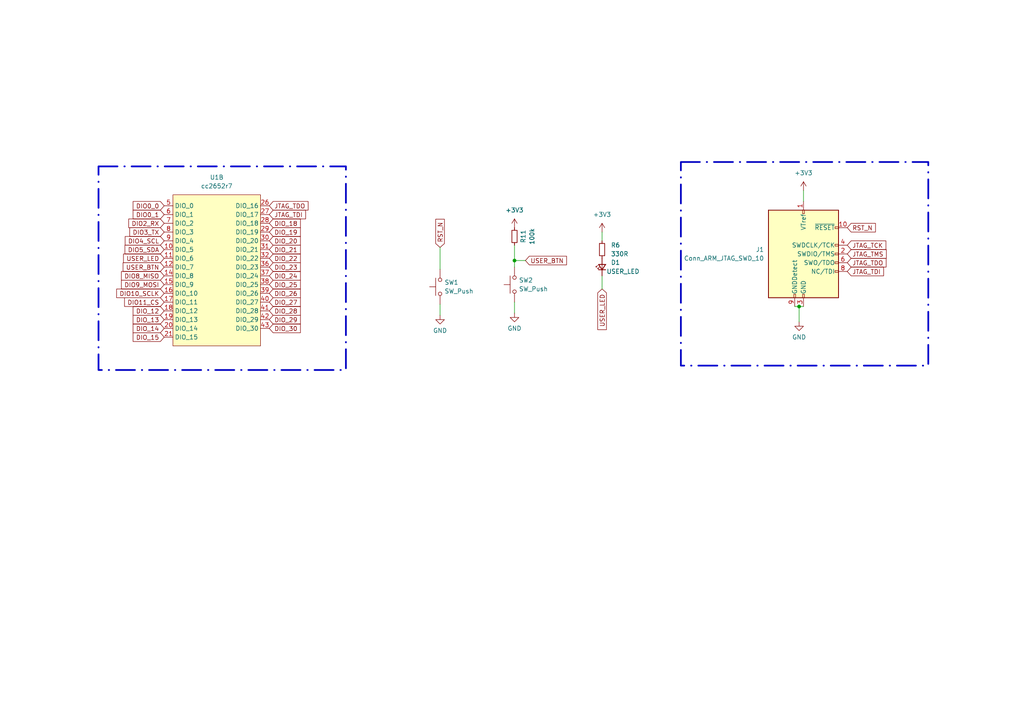
<source format=kicad_sch>
(kicad_sch (version 20230121) (generator eeschema)
  (paper "A4")
  (title_block (title "CC2652 Zigbee Coordinator/Breakout") (date "2023-12-29") (rev "v1") (company "Electrodonkey 2023") (comment 1 "MIT Licence"))
  (lib_symbols
    (symbol "Connector:Conn_ARM_JTAG_SWD_10" (pin_names (offset 1.016))
      (property "Reference" "J" (at -2.54 16.51 0))
      (property "Value" "Conn_ARM_JTAG_SWD_10" (at -2.54 13.97 0))
      (symbol "Conn_ARM_JTAG_SWD_10_0_1"
        (rectangle (start -10.16 12.7) (end 10.16 -12.7) (stroke (width 0.254)) (fill (type background)))
        (rectangle (start -2.794 -12.7) (end -2.286 -11.684))
        (rectangle (start -0.254 -12.7) (end 0.254 -11.684))
        (rectangle (start -0.254 12.7) (end 0.254 11.684))
        (rectangle (start 9.144 2.286) (end 10.16 2.794))
        (rectangle (start 10.16 -2.794) (end 9.144 -2.286))
        (rectangle (start 10.16 -0.254) (end 9.144 0.254))
        (rectangle (start 10.16 7.874) (end 9.144 7.366))
      )
      (symbol "Conn_ARM_JTAG_SWD_10_1_1"
        (rectangle (start 9.144 -5.334) (end 10.16 -4.826))
        (pin power_in line (at 0 15.24 270) (length 2.54) (name "VTref") (number "1"))
        (pin open_collector line (at 12.7 7.62 180) (length 2.54) (name "~{RESET}") (number "10"))
        (pin bidirectional line (at 12.7 0 180) (length 2.54) (name "SWDIO/TMS") (number "2"))
        (pin power_in line (at 0 -15.24 90) (length 2.54) (name "GND") (number "3"))
        (pin output line (at 12.7 2.54 180) (length 2.54) (name "SWDCLK/TCK") (number "4"))
        (pin passive line (at 0 -15.24 90) (length 2.54) hide (name "GND") (number "5"))
        (pin input line (at 12.7 -2.54 180) (length 2.54) (name "SWO/TDO") (number "6"))
        (pin no_connect line (at -10.16 0 0) (length 2.54) hide (name "KEY") (number "7"))
        (pin output line (at 12.7 -5.08 180) (length 2.54) (name "NC/TDI") (number "8"))
        (pin passive line (at -2.54 -15.24 90) (length 2.54) (name "GNDDetect") (number "9"))
      )
    )
    (symbol "Device:LED_Small" (pin_numbers hide) (pin_names (offset 0.254) hide)
      (property "Reference" "D" (at -1.27 3.175 0))
      (property "Value" "LED_Small" (at -4.445 -2.54 0))
      (symbol "LED_Small_0_1"
        (polyline (pts (xy -0.762 -1.016) (xy -0.762 1.016)) (stroke (width 0.254)))
        (polyline (pts (xy 1.016 0) (xy -0.762 0)))
        (polyline (pts (xy 0.762 -1.016) (xy -0.762 0) (xy 0.762 1.016) (xy 0.762 -1.016)) (stroke (width 0.254)))
        (polyline (pts (xy 0 0.762) (xy -0.508 1.27) (xy -0.254 1.27) (xy -0.508 1.27) (xy -0.508 1.016)))
        (polyline (pts (xy 0.508 1.27) (xy 0 1.778) (xy 0.254 1.778) (xy 0 1.778) (xy 0 1.524)))
      )
      (symbol "LED_Small_1_1"
        (pin passive line (at -2.54 0 0) (length 1.778) (name "K") (number "1"))
        (pin passive line (at 2.54 0 180) (length 1.778) (name "A") (number "2"))
      )
    )
    (symbol "Device:R_Small" (pin_numbers hide) (pin_names (offset 0.254) hide)
      (property "Reference" "R" (at 0.762 0.508 0))
      (property "Value" "R_Small" (at 0.762 -1.016 0))
      (symbol "R_Small_0_1"
        (rectangle (start -0.762 1.778) (end 0.762 -1.778) (stroke (width 0.2032)))
      )
      (symbol "R_Small_1_1"
        (pin passive line (at 0 2.54 270) (length 0.762) (name "~") (number "1"))
        (pin passive line (at 0 -2.54 90) (length 0.762) (name "~") (number "2"))
      )
    )
    (symbol "Switch:SW_Push" (pin_numbers hide) (pin_names (offset 1.016) hide)
      (property "Reference" "SW" (at 1.27 2.54 0))
      (property "Value" "SW_Push" (at 0 -1.524 0))
      (symbol "SW_Push_0_1"
        (circle (center -2.032 0) (radius 0.508))
        (polyline (pts (xy 0 1.27) (xy 0 3.048)))
        (polyline (pts (xy 2.54 1.27) (xy -2.54 1.27)))
        (circle (center 2.032 0) (radius 0.508))
        (pin passive line (at -5.08 0 0) (length 2.54) (name "1") (number "1"))
        (pin passive line (at 5.08 0 180) (length 2.54) (name "2") (number "2"))
      )
    )
    (symbol "power:+3V3" (power) (pin_names (offset 0))
      (property "Value" "+3V3" (at 0 3.556 0))
      (symbol "+3V3_0_1"
        (polyline (pts (xy -0.762 1.27) (xy 0 2.54)))
        (polyline (pts (xy 0 0) (xy 0 2.54)))
        (polyline (pts (xy 0 2.54) (xy 0.762 1.27)))
      )
      (symbol "+3V3_1_1"
        (pin power_in line (at 0 0 90) (length 0) hide (name "+3V3") (number "1"))
      )
    )
    (symbol "power:GND" (power) (pin_names (offset 0))
      (property "Value" "GND" (at 0 -3.81 0))
      (symbol "GND_0_1"
        (polyline (pts (xy 0 0) (xy 0 -1.27) (xy 1.27 -1.27) (xy 0 -2.54) (xy -1.27 -1.27) (xy 0 -1.27)))
      )
      (symbol "GND_1_1"
        (pin power_in line (at 0 0 270) (length 0) hide (name "GND") (number "1"))
      )
    )
    (symbol "zigbee_coordinator:cc2652r7"
      (property "Reference" "U" (at 6.985 -25.4 0))
      (property "Value" "cc2652r7" (at -8.255 21.59 0))
      (symbol "cc2652r7_1_0"
        (pin unspecified line (at 15.24 -9.525 180) (length 2.54) (name "RF_P") (number "1"))
        (pin unspecified line (at 15.24 11.43 180) (length 2.54) (name "VDDS2") (number "13"))
        (pin unspecified line (at 15.24 -12.065 180) (length 2.54) (name "RF_N") (number "2"))
        (pin unspecified line (at 15.24 8.89 180) (length 2.54) (name "VDDS3") (number "22"))
        (pin unspecified line (at -1.27 -18.415 90) (length 2.54) (name "DCOUPL") (number "23"))
        (pin unspecified line (at -15.24 11.43 0) (length 2.54) (name "JTAG_TMSC") (number "24"))
        (pin unspecified line (at -15.24 8.89 0) (length 2.54) (name "JTAG_TCKC") (number "25"))
        (pin unspecified clock (at -15.24 -2.54 0) (length 2.54) (name "X32K_Q1") (number "3"))
        (pin unspecified line (at -15.24 1.27 0) (length 2.54) (name "DCDC_SW") (number "33"))
        (pin unspecified line (at 15.24 3.81 180) (length 2.54) (name "VDDS_DCDC") (number "34"))
        (pin unspecified inverted (at -15.24 5.08 0) (length 2.54) (name "RST_N") (number "35"))
        (pin unspecified clock (at -15.24 -5.08 0) (length 2.54) (name "X32K_Q2") (number "4"))
        (pin unspecified line (at 15.24 6.35 180) (length 2.54) (name "VDDS") (number "44"))
        (pin unspecified line (at 15.24 -2.54 180) (length 2.54) (name "VDDR") (number "45"))
        (pin unspecified clock (at -15.24 -12.065 0) (length 2.54) (name "X48M_N") (number "46"))
        (pin unspecified clock (at -15.24 -9.525 0) (length 2.54) (name "X48M_P") (number "47"))
        (pin unspecified line (at 15.24 -5.08 180) (length 2.54) (name "VDDR_RF") (number "48"))
        (pin unspecified line (at 1.27 -18.415 90) (length 2.54) (name "EGP") (number "49"))
      )
      (symbol "cc2652r7_1_1"
        (rectangle (start -12.7 15.24) (end 12.7 -15.875) (fill (type background)))
      )
      (symbol "cc2652r7_2_0"
        (pin unspecified line (at -15.24 3.81 0) (length 2.54) (name "DIO_5") (number "10"))
        (pin unspecified line (at -15.24 1.27 0) (length 2.54) (name "DIO_6") (number "11"))
        (pin unspecified line (at -15.24 -1.27 0) (length 2.54) (name "DIO_7") (number "12"))
        (pin unspecified line (at -15.24 -3.81 0) (length 2.54) (name "DIO_8") (number "14"))
        (pin unspecified line (at -15.24 -6.35 0) (length 2.54) (name "DIO_9") (number "15"))
        (pin unspecified line (at -15.24 -8.89 0) (length 2.54) (name "DIO_10") (number "16"))
        (pin unspecified line (at -15.24 -11.43 0) (length 2.54) (name "DIO_11") (number "17"))
        (pin unspecified line (at -15.24 -13.97 0) (length 2.54) (name "DIO_12") (number "18"))
        (pin unspecified line (at -15.24 -16.51 0) (length 2.54) (name "DIO_13") (number "19"))
        (pin unspecified line (at -15.24 -19.05 0) (length 2.54) (name "DIO_14") (number "20"))
        (pin unspecified line (at -15.24 -21.59 0) (length 2.54) (name "DIO_15") (number "21"))
        (pin unspecified line (at 15.24 16.51 180) (length 2.54) (name "DIO_16") (number "26"))
        (pin unspecified line (at 15.24 13.97 180) (length 2.54) (name "DIO_17") (number "27"))
        (pin unspecified line (at 15.24 11.43 180) (length 2.54) (name "DIO_18") (number "28"))
        (pin unspecified line (at 15.24 8.89 180) (length 2.54) (name "DIO_19") (number "29"))
        (pin unspecified line (at 15.24 6.35 180) (length 2.54) (name "DIO_20") (number "30"))
        (pin unspecified line (at 15.24 3.81 180) (length 2.54) (name "DIO_21") (number "31"))
        (pin unspecified line (at 15.24 1.27 180) (length 2.54) (name "DIO_22") (number "32"))
        (pin unspecified line (at 15.24 -1.27 180) (length 2.54) (name "DIO_23") (number "36"))
        (pin unspecified line (at 15.24 -3.81 180) (length 2.54) (name "DIO_24") (number "37"))
        (pin unspecified line (at 15.24 -6.35 180) (length 2.54) (name "DIO_25") (number "38"))
        (pin unspecified line (at 15.24 -8.89 180) (length 2.54) (name "DIO_26") (number "39"))
        (pin unspecified line (at 15.24 -11.43 180) (length 2.54) (name "DIO_27") (number "40"))
        (pin unspecified line (at 15.24 -13.97 180) (length 2.54) (name "DIO_28") (number "41"))
        (pin unspecified line (at 15.24 -16.51 180) (length 2.54) (name "DIO_29") (number "42"))
        (pin unspecified line (at 15.24 -19.05 180) (length 2.54) (name "DIO_30") (number "43"))
        (pin unspecified line (at -15.24 16.51 0) (length 2.54) (name "DIO_0") (number "5"))
        (pin unspecified line (at -15.24 13.97 0) (length 2.54) (name "DIO_1") (number "6"))
        (pin unspecified line (at -15.24 11.43 0) (length 2.54) (name "DIO_2") (number "7"))
        (pin unspecified line (at -15.24 8.89 0) (length 2.54) (name "DIO_3") (number "8"))
        (pin unspecified line (at -15.24 6.35 0) (length 2.54) (name "DIO_4") (number "9"))
      )
      (symbol "cc2652r7_2_1"
        (rectangle (start -12.7 19.685) (end 12.7 -24.13) (fill (type background)))
      )
    )
  )
  (junction (at 149.225 75.565))
  (junction (at 231.775 88.9))
  (wire (pts (xy 231.775 88.9) (xy 233.045 88.9)))
  (wire (pts (xy 174.625 80.01) (xy 174.625 83.82)))
  (wire (pts (xy 127.635 88.265) (xy 127.635 91.44)))
  (wire (pts (xy 127.635 71.755) (xy 127.635 78.105)))
  (wire (pts (xy 230.505 88.9) (xy 231.775 88.9)))
  (wire (pts (xy 149.225 75.565) (xy 152.4 75.565)))
  (wire (pts (xy 174.625 67.31) (xy 174.625 69.85)))
  (wire (pts (xy 231.775 88.9) (xy 231.775 93.345)))
  (wire (pts (xy 149.225 75.565) (xy 149.225 77.47)))
  (wire (pts (xy 149.225 87.63) (xy 149.225 90.805)))
  (wire (pts (xy 149.225 71.12) (xy 149.225 75.565)))
  (wire (pts (xy 233.045 55.245) (xy 233.045 58.42)))
  (rectangle (start 197.485 46.99) (end 269.24 106.045) (stroke (width 0.5) (type dash_dot)))
  (rectangle (start 28.575 48.26) (end 100.33 107.315) (stroke (width 0.5) (type dash_dot)))
  (global_label "DIO_22" (shape input) (at 78.105 74.93 0) (property "Intersheetrefs" "${INTERSHEET_REFS}" (effects hide)))
  (global_label "DIO8_MISO" (shape input) (at 47.625 80.01 180) (property "Intersheetrefs" "${INTERSHEET_REFS}" (effects hide)))
  (global_label "DIO10_SCLK" (shape input) (at 47.625 85.09 180) (property "Intersheetrefs" "${INTERSHEET_REFS}" (effects hide)))
  (global_label "USER_BTN" (shape input) (at 152.4 75.565 0) (property "Intersheetrefs" "${INTERSHEET_REFS}" (effects hide)))
  (global_label "DIO_24" (shape input) (at 78.105 80.01 0) (property "Intersheetrefs" "${INTERSHEET_REFS}" (effects hide)))
  (global_label "JTAG_TMS" (shape input) (at 245.745 73.66 0) (property "Intersheetrefs" "${INTERSHEET_REFS}" (effects hide)))
  (global_label "JTAG_TDO" (shape input) (at 245.745 76.2 0) (property "Intersheetrefs" "${INTERSHEET_REFS}" (effects hide)))
  (global_label "DIO_26" (shape input) (at 78.105 85.09 0) (property "Intersheetrefs" "${INTERSHEET_REFS}" (effects hide)))
  (global_label "DIO_19" (shape input) (at 78.105 67.31 0) (property "Intersheetrefs" "${INTERSHEET_REFS}" (effects hide)))
  (global_label "JTAG_TDO" (shape input) (at 78.105 59.69 0) (property "Intersheetrefs" "${INTERSHEET_REFS}" (effects hide)))
  (global_label "DIO0_0" (shape input) (at 47.625 59.69 180) (property "Intersheetrefs" "${INTERSHEET_REFS}" (effects hide)))
  (global_label "DIO_25" (shape input) (at 78.105 82.55 0) (property "Intersheetrefs" "${INTERSHEET_REFS}" (effects hide)))
  (global_label "DIO3_TX" (shape input) (at 47.625 67.31 180) (property "Intersheetrefs" "${INTERSHEET_REFS}" (effects hide)))
  (global_label "DIO_18" (shape input) (at 78.105 64.77 0) (property "Intersheetrefs" "${INTERSHEET_REFS}" (effects hide)))
  (global_label "JTAG_TDI" (shape input) (at 78.105 62.23 0) (property "Intersheetrefs" "${INTERSHEET_REFS}" (effects hide)))
  (global_label "USER_LED" (shape input) (at 47.625 74.93 180) (property "Intersheetrefs" "${INTERSHEET_REFS}" (effects hide)))
  (global_label "DIO2_RX" (shape input) (at 47.625 64.77 180) (property "Intersheetrefs" "${INTERSHEET_REFS}" (effects hide)))
  (global_label "JTAG_TDI" (shape input) (at 245.745 78.74 0) (property "Intersheetrefs" "${INTERSHEET_REFS}" (effects hide)))
  (global_label "USER_LED" (shape input) (at 174.625 83.82 270) (property "Intersheetrefs" "${INTERSHEET_REFS}" (effects hide)))
  (global_label "DIO_13" (shape input) (at 47.625 92.71 180) (property "Intersheetrefs" "${INTERSHEET_REFS}" (effects hide)))
  (global_label "DIO_28" (shape input) (at 78.105 90.17 0) (property "Intersheetrefs" "${INTERSHEET_REFS}" (effects hide)))
  (global_label "DIO_20" (shape input) (at 78.105 69.85 0) (property "Intersheetrefs" "${INTERSHEET_REFS}" (effects hide)))
  (global_label "USER_BTN" (shape input) (at 47.625 77.47 180) (property "Intersheetrefs" "${INTERSHEET_REFS}" (effects hide)))
  (global_label "DIO_21" (shape input) (at 78.105 72.39 0) (property "Intersheetrefs" "${INTERSHEET_REFS}" (effects hide)))
  (global_label "DIO0_1" (shape input) (at 47.625 62.23 180) (property "Intersheetrefs" "${INTERSHEET_REFS}" (effects hide)))
  (global_label "RST_N" (shape input) (at 127.635 71.755 90) (property "Intersheetrefs" "${INTERSHEET_REFS}" (effects hide)))
  (global_label "DIO_30" (shape input) (at 78.105 95.25 0) (property "Intersheetrefs" "${INTERSHEET_REFS}" (effects hide)))
  (global_label "DIO_29" (shape input) (at 78.105 92.71 0) (property "Intersheetrefs" "${INTERSHEET_REFS}" (effects hide)))
  (global_label "DIO4_SCL" (shape input) (at 47.625 69.85 180) (property "Intersheetrefs" "${INTERSHEET_REFS}" (effects hide)))
  (global_label "RST_N" (shape input) (at 245.745 66.04 0) (property "Intersheetrefs" "${INTERSHEET_REFS}" (effects hide)))
  (global_label "DIO5_SDA" (shape input) (at 47.625 72.39 180) (property "Intersheetrefs" "${INTERSHEET_REFS}" (effects hide)))
  (global_label "DIO_14" (shape input) (at 47.625 95.25 180) (property "Intersheetrefs" "${INTERSHEET_REFS}" (effects hide)))
  (global_label "JTAG_TCK" (shape input) (at 245.745 71.12 0) (property "Intersheetrefs" "${INTERSHEET_REFS}" (effects hide)))
  (global_label "DIO_15" (shape input) (at 47.625 97.79 180) (property "Intersheetrefs" "${INTERSHEET_REFS}" (effects hide)))
  (global_label "DIO_12" (shape input) (at 47.625 90.17 180) (property "Intersheetrefs" "${INTERSHEET_REFS}" (effects hide)))
  (global_label "DIO9_MOSI" (shape input) (at 47.625 82.55 180) (property "Intersheetrefs" "${INTERSHEET_REFS}" (effects hide)))
  (global_label "DIO_27" (shape input) (at 78.105 87.63 0) (property "Intersheetrefs" "${INTERSHEET_REFS}" (effects hide)))
  (global_label "DIO11_CS" (shape input) (at 47.625 87.63 180) (property "Intersheetrefs" "${INTERSHEET_REFS}" (effects hide)))
  (global_label "DIO_23" (shape input) (at 78.105 77.47 0) (property "Intersheetrefs" "${INTERSHEET_REFS}" (effects hide)))
  (symbol (lib_id "Device:R_Small") (at 149.225 68.58 0) (unit 1)
    (property "Reference" "R11" (at 151.765 68.58 90))
    (property "Value" "100k" (at 154.305 68.58 90))
    (property "Footprint" "Resistor_SMD:R_0402_1005Metric_Pad0.72x0.64mm_HandSolder" (effects hide))
    (instances (project "zigbee_coordinator" (path "" (reference "R11") (unit 1)) (path "" (reference "R5") (unit 1)) (path "" (reference "R18") (unit 1))))
  )
  (symbol (lib_id "zigbee_coordinator:cc2652r7") (at 62.865 76.2 0) (unit 2)
    (property "Reference" "U1" (at 62.865 51.435 0))
    (property "Value" "cc2652r7" (at 62.865 53.975 0))
    (property "Footprint" "Package_DFN_QFN:VQFN-48-1EP_7x7mm_P0.5mm_EP5.15x5.15mm_ThermalVias" (effects hide))
    (property "Datasheet" "https://www.ti.com/lit/ds/symlink/cc2652r7.pdf" (effects hide))
  )
  (symbol (lib_id "Switch:SW_Push") (at 127.635 83.185 90) (unit 1)
    (property "Reference" "SW1" (at 128.905 81.915 90) (effects (justify right)))
    (property "Value" "SW_Push" (at 128.905 84.455 90) (effects (justify right)))
    (property "Footprint" "zigbee_coordinator:TL1017AABF160QG" (effects hide))
  )
  (symbol (lib_id "power:GND") (at 149.225 90.805 0) (unit 1)
    (property "Reference" "#PWR012" (effects hide))
    (property "Value" "GND" (at 149.225 95.25 0))
    (instances (project "zigbee_coordinator" (path "" (reference "#PWR012") (unit 1)) (path "" (reference "#PWR049") (unit 1))))
  )
  (symbol (lib_id "power:GND") (at 231.775 93.345 0) (unit 1)
    (property "Reference" "#PWR013" (effects hide))
    (property "Value" "GND" (at 231.775 97.79 0))
  )
  (symbol (lib_id "power:GND") (at 127.635 91.44 0) (unit 1)
    (property "Reference" "#PWR012" (effects hide))
    (property "Value" "GND" (at 127.635 95.885 0))
    (instances (project "zigbee_coordinator" (path "" (reference "#PWR012") (unit 1)) (path "" (reference "#PWR048") (unit 1))))
  )
  (symbol (lib_id "power:+3V3") (at 233.045 55.245 0) (unit 1)
    (property "Reference" "#PWR012" (effects hide))
    (property "Value" "+3V3" (at 233.045 50.165 0))
  )
  (symbol (lib_id "Connector:Conn_ARM_JTAG_SWD_10") (at 233.045 73.66 0) (unit 1)
    (property "Reference" "J1" (at 221.615 72.39 0) (effects (justify right)))
    (property "Value" "Conn_ARM_JTAG_SWD_10" (at 221.615 74.93 0) (effects (justify right)))
    (property "Footprint" "Connector_PinHeader_1.27mm:PinHeader_2x05_P1.27mm_Vertical" (effects hide))
    (property "Datasheet" "http://infocenter.arm.com/help/topic/com.arm.doc.ddi0314h/DDI0314H_coresight_components_trm.pdf" (effects hide))
  )
  (symbol (lib_id "Switch:SW_Push") (at 149.225 82.55 90) (unit 1)
    (property "Reference" "SW2" (at 150.495 81.28 90) (effects (justify right)))
    (property "Value" "SW_Push" (at 150.495 83.82 90) (effects (justify right)))
    (property "Footprint" "zigbee_coordinator:TL1017AABF160QG" (effects hide))
  )
  (symbol (lib_id "power:+3V3") (at 149.225 66.04 0) (unit 1)
    (property "Reference" "#PWR013" (effects hide))
    (property "Value" "+3V3" (at 149.225 60.96 0))
    (instances (project "zigbee_coordinator" (path "" (reference "#PWR013") (unit 1)) (path "" (reference "#PWR050") (unit 1))))
  )
  (symbol (lib_id "Device:R_Small") (at 174.625 72.39 180) (unit 1)
    (property "Reference" "R6" (at 177.165 71.12 0) (effects (justify right)))
    (property "Value" "330R" (at 177.165 73.66 0) (effects (justify right)))
    (property "Footprint" "Resistor_SMD:R_0402_1005Metric_Pad0.72x0.64mm_HandSolder" (effects hide))
    (instances (project "zigbee_coordinator" (path "" (reference "R6") (unit 1)) (path "" (reference "R8") (unit 1)) (path "" (reference "R19") (unit 1))))
  )
  (symbol (lib_id "Device:LED_Small") (at 174.625 77.47 90) (unit 1)
    (property "Reference" "D1" (at 177.165 76.1365 90) (effects (justify right)))
    (property "Value" "USER_LED" (at 175.895 78.74 90) (effects (justify right)))
    (property "Footprint" "LED_SMD:LED_0402_1005Metric_Pad0.77x0.64mm_HandSolder" (effects hide))
    (instances (project "zigbee_coordinator" (path "" (reference "D1") (unit 1)) (path "" (reference "D1") (unit 1)) (path "" (reference "D4") (unit 1))))
  )
  (symbol (lib_id "power:+3V3") (at 174.625 67.31 0) (unit 1)
    (property "Reference" "#PWR013" (effects hide))
    (property "Value" "+3V3" (at 174.625 62.23 0))
    (instances (project "zigbee_coordinator" (path "" (reference "#PWR013") (unit 1)) (path "" (reference "#PWR051") (unit 1))))
  )
)
</source>
